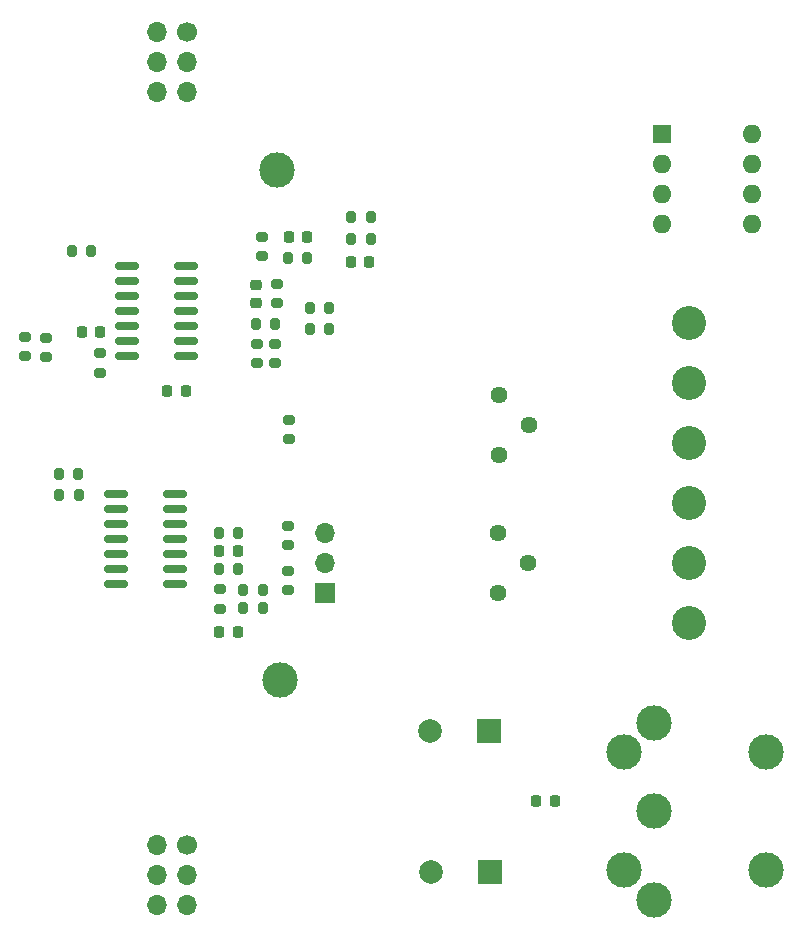
<source format=gbr>
%TF.GenerationSoftware,KiCad,Pcbnew,(7.0.0)*%
%TF.CreationDate,2023-12-04T19:23:21-08:00*%
%TF.ProjectId,Bottom_Board,426f7474-6f6d-45f4-926f-6172642e6b69,0*%
%TF.SameCoordinates,Original*%
%TF.FileFunction,Soldermask,Bot*%
%TF.FilePolarity,Negative*%
%FSLAX46Y46*%
G04 Gerber Fmt 4.6, Leading zero omitted, Abs format (unit mm)*
G04 Created by KiCad (PCBNEW (7.0.0)) date 2023-12-04 19:23:21*
%MOMM*%
%LPD*%
G01*
G04 APERTURE LIST*
G04 Aperture macros list*
%AMRoundRect*
0 Rectangle with rounded corners*
0 $1 Rounding radius*
0 $2 $3 $4 $5 $6 $7 $8 $9 X,Y pos of 4 corners*
0 Add a 4 corners polygon primitive as box body*
4,1,4,$2,$3,$4,$5,$6,$7,$8,$9,$2,$3,0*
0 Add four circle primitives for the rounded corners*
1,1,$1+$1,$2,$3*
1,1,$1+$1,$4,$5*
1,1,$1+$1,$6,$7*
1,1,$1+$1,$8,$9*
0 Add four rect primitives between the rounded corners*
20,1,$1+$1,$2,$3,$4,$5,0*
20,1,$1+$1,$4,$5,$6,$7,0*
20,1,$1+$1,$6,$7,$8,$9,0*
20,1,$1+$1,$8,$9,$2,$3,0*%
G04 Aperture macros list end*
%ADD10R,2.000000X2.000000*%
%ADD11C,2.000000*%
%ADD12C,3.000000*%
%ADD13C,1.700000*%
%ADD14O,1.700000X1.700000*%
%ADD15C,2.880000*%
%ADD16C,1.440000*%
%ADD17R,1.600000X1.600000*%
%ADD18O,1.600000X1.600000*%
%ADD19R,1.700000X1.700000*%
%ADD20RoundRect,0.200000X-0.275000X0.200000X-0.275000X-0.200000X0.275000X-0.200000X0.275000X0.200000X0*%
%ADD21RoundRect,0.225000X-0.225000X-0.250000X0.225000X-0.250000X0.225000X0.250000X-0.225000X0.250000X0*%
%ADD22RoundRect,0.200000X0.275000X-0.200000X0.275000X0.200000X-0.275000X0.200000X-0.275000X-0.200000X0*%
%ADD23RoundRect,0.150000X0.825000X0.150000X-0.825000X0.150000X-0.825000X-0.150000X0.825000X-0.150000X0*%
%ADD24RoundRect,0.225000X0.225000X0.250000X-0.225000X0.250000X-0.225000X-0.250000X0.225000X-0.250000X0*%
%ADD25RoundRect,0.200000X0.200000X0.275000X-0.200000X0.275000X-0.200000X-0.275000X0.200000X-0.275000X0*%
%ADD26RoundRect,0.200000X-0.200000X-0.275000X0.200000X-0.275000X0.200000X0.275000X-0.200000X0.275000X0*%
%ADD27RoundRect,0.225000X0.250000X-0.225000X0.250000X0.225000X-0.250000X0.225000X-0.250000X-0.225000X0*%
%ADD28RoundRect,0.218750X-0.218750X-0.256250X0.218750X-0.256250X0.218750X0.256250X-0.218750X0.256250X0*%
G04 APERTURE END LIST*
D10*
%TO.C,C2*%
X149270322Y-127507999D03*
D11*
X144270323Y-127508000D03*
%TD*%
D12*
%TO.C,J5*%
X163220000Y-126786000D03*
X163220000Y-134286000D03*
X163220000Y-141786000D03*
X160720000Y-129286000D03*
X160720000Y-139286000D03*
X172720000Y-129286000D03*
X172720000Y-139286000D03*
%TD*%
D10*
%TO.C,C3*%
X149351999Y-139445999D03*
D11*
X144352000Y-139446000D03*
%TD*%
D13*
%TO.C,J2*%
X123698000Y-68326000D03*
D14*
X121157999Y-68325999D03*
X123697999Y-70865999D03*
X121157999Y-70865999D03*
X123697999Y-73405999D03*
X121157999Y-73405999D03*
%TD*%
D15*
%TO.C,J3*%
X166250125Y-118364000D03*
X166250125Y-113284000D03*
X166250125Y-108204000D03*
X166250125Y-103124000D03*
X166250125Y-98044000D03*
X166250125Y-92964000D03*
%TD*%
D12*
%TO.C,TP1*%
X131572000Y-123190000D03*
%TD*%
D13*
%TO.C,J1*%
X123698000Y-137160000D03*
D14*
X121157999Y-137159999D03*
X123697999Y-139699999D03*
X121157999Y-139699999D03*
X123697999Y-142239999D03*
X121157999Y-142239999D03*
%TD*%
D16*
%TO.C,RV2*%
X150070000Y-115824000D03*
X152610000Y-113284000D03*
X150070000Y-110744000D03*
%TD*%
D17*
%TO.C,SW2*%
X163956999Y-76933229D03*
D18*
X163956999Y-79473229D03*
X163956999Y-82013229D03*
X163956999Y-84553229D03*
X171576999Y-84553229D03*
X171576999Y-82013229D03*
X171576999Y-79473229D03*
X171576999Y-76933229D03*
%TD*%
D12*
%TO.C,TP2*%
X131318000Y-80010000D03*
%TD*%
D16*
%TO.C,RV1*%
X150114000Y-104140000D03*
X152654000Y-101600000D03*
X150114000Y-99060000D03*
%TD*%
D19*
%TO.C,JP1*%
X135381999Y-115798599D03*
D14*
X135381999Y-113258599D03*
X135381999Y-110718599D03*
%TD*%
D20*
%TO.C,R19*%
X129616200Y-94679000D03*
X129616200Y-96329000D03*
%TD*%
%TO.C,R11*%
X116332000Y-95504000D03*
X116332000Y-97154000D03*
%TD*%
D21*
%TO.C,C4*%
X126466600Y-119076200D03*
X128016600Y-119076200D03*
%TD*%
D22*
%TO.C,R22*%
X132397600Y-102774500D03*
X132397600Y-101124500D03*
%TD*%
D21*
%TO.C,C8*%
X132334000Y-85648800D03*
X133884000Y-85648800D03*
%TD*%
D23*
%TO.C,U1*%
X123633000Y-88138000D03*
X123633000Y-89408000D03*
X123633000Y-90678000D03*
X123633000Y-91948000D03*
X123633000Y-93218000D03*
X123633000Y-94488000D03*
X123633000Y-95758000D03*
X118683000Y-95758000D03*
X118683000Y-94488000D03*
X118683000Y-93218000D03*
X118683000Y-91948000D03*
X118683000Y-90678000D03*
X118683000Y-89408000D03*
X118683000Y-88138000D03*
%TD*%
D20*
%TO.C,R4*%
X111760000Y-94171000D03*
X111760000Y-95821000D03*
%TD*%
%TO.C,R14*%
X132308600Y-110122200D03*
X132308600Y-111772200D03*
%TD*%
D24*
%TO.C,C1*%
X154839000Y-133400800D03*
X153289000Y-133400800D03*
%TD*%
D23*
%TO.C,U2*%
X122682000Y-107442000D03*
X122682000Y-108712000D03*
X122682000Y-109982000D03*
X122682000Y-111252000D03*
X122682000Y-112522000D03*
X122682000Y-113792000D03*
X122682000Y-115062000D03*
X117732000Y-115062000D03*
X117732000Y-113792000D03*
X117732000Y-112522000D03*
X117732000Y-111252000D03*
X117732000Y-109982000D03*
X117732000Y-108712000D03*
X117732000Y-107442000D03*
%TD*%
D25*
%TO.C,R12*%
X130148600Y-117094000D03*
X128498600Y-117094000D03*
%TD*%
D26*
%TO.C,R18*%
X112890800Y-107467400D03*
X114540800Y-107467400D03*
%TD*%
%TO.C,R10*%
X137607600Y-83953100D03*
X139257600Y-83953100D03*
%TD*%
D25*
%TO.C,R20*%
X115633000Y-86868000D03*
X113983000Y-86868000D03*
%TD*%
%TO.C,R2*%
X135762000Y-91694000D03*
X134112000Y-91694000D03*
%TD*%
%TO.C,R9*%
X128065800Y-113792000D03*
X126415800Y-113792000D03*
%TD*%
D26*
%TO.C,R7*%
X137607600Y-85810475D03*
X139257600Y-85810475D03*
%TD*%
D24*
%TO.C,C6*%
X128003600Y-112218200D03*
X126453600Y-112218200D03*
%TD*%
D27*
%TO.C,C9*%
X129590800Y-91237400D03*
X129590800Y-89687400D03*
%TD*%
D22*
%TO.C,R16*%
X131140200Y-96329000D03*
X131140200Y-94679000D03*
%TD*%
D26*
%TO.C,R6*%
X128498600Y-115520200D03*
X130148600Y-115520200D03*
%TD*%
D25*
%TO.C,R1*%
X128053600Y-110694200D03*
X126403600Y-110694200D03*
%TD*%
%TO.C,R3*%
X114502200Y-105740200D03*
X112852200Y-105740200D03*
%TD*%
D26*
%TO.C,R24*%
X132271000Y-87426800D03*
X133921000Y-87426800D03*
%TD*%
D28*
%TO.C,D1*%
X122044500Y-98698000D03*
X123619500Y-98698000D03*
%TD*%
D26*
%TO.C,R15*%
X134112000Y-93472000D03*
X135762000Y-93472000D03*
%TD*%
D24*
%TO.C,C7*%
X139157600Y-87763100D03*
X137607600Y-87763100D03*
%TD*%
D20*
%TO.C,R21*%
X131368800Y-89637400D03*
X131368800Y-91287400D03*
%TD*%
%TO.C,R8*%
X126492000Y-115469400D03*
X126492000Y-117119400D03*
%TD*%
D24*
%TO.C,C5*%
X116345000Y-93726000D03*
X114795000Y-93726000D03*
%TD*%
D20*
%TO.C,R13*%
X132308600Y-113932200D03*
X132308600Y-115582200D03*
%TD*%
D22*
%TO.C,R23*%
X130048000Y-87298800D03*
X130048000Y-85648800D03*
%TD*%
%TO.C,R5*%
X109982000Y-95758000D03*
X109982000Y-94108000D03*
%TD*%
D26*
%TO.C,R17*%
X129540000Y-93014800D03*
X131190000Y-93014800D03*
%TD*%
M02*

</source>
